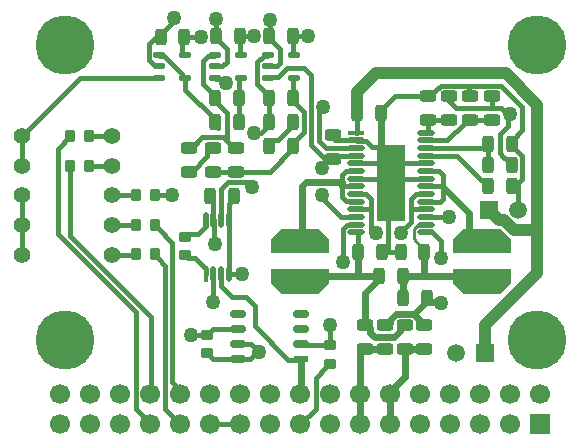
<source format=gtl>
G04*
G04 #@! TF.GenerationSoftware,Altium Limited,Altium Designer,21.2.2 (38)*
G04*
G04 Layer_Physical_Order=1*
G04 Layer_Color=2441676*
%FSLAX44Y44*%
%MOMM*%
G71*
G04*
G04 #@! TF.SameCoordinates,0481F6AC-406D-4A55-AE23-66ADD5F6D1FA*
G04*
G04*
G04 #@! TF.FilePolarity,Positive*
G04*
G01*
G75*
%ADD30R,1.4500X0.4500*%
G04:AMPARAMS|DCode=31|XSize=1.45mm|YSize=0.45mm|CornerRadius=0.1125mm|HoleSize=0mm|Usage=FLASHONLY|Rotation=0.000|XOffset=0mm|YOffset=0mm|HoleType=Round|Shape=RoundedRectangle|*
%AMROUNDEDRECTD31*
21,1,1.4500,0.2250,0,0,0.0*
21,1,1.2250,0.4500,0,0,0.0*
1,1,0.2250,0.6125,-0.1125*
1,1,0.2250,-0.6125,-0.1125*
1,1,0.2250,-0.6125,0.1125*
1,1,0.2250,0.6125,0.1125*
%
%ADD31ROUNDEDRECTD31*%
%ADD32R,2.3500X6.4600*%
G04:AMPARAMS|DCode=33|XSize=0.95mm|YSize=1.4mm|CornerRadius=0.2375mm|HoleSize=0mm|Usage=FLASHONLY|Rotation=270.000|XOffset=0mm|YOffset=0mm|HoleType=Round|Shape=RoundedRectangle|*
%AMROUNDEDRECTD33*
21,1,0.9500,0.9250,0,0,270.0*
21,1,0.4750,1.4000,0,0,270.0*
1,1,0.4750,-0.4625,-0.2375*
1,1,0.4750,-0.4625,0.2375*
1,1,0.4750,0.4625,0.2375*
1,1,0.4750,0.4625,-0.2375*
%
%ADD33ROUNDEDRECTD33*%
G04:AMPARAMS|DCode=34|XSize=0.95mm|YSize=1.4mm|CornerRadius=0.2375mm|HoleSize=0mm|Usage=FLASHONLY|Rotation=180.000|XOffset=0mm|YOffset=0mm|HoleType=Round|Shape=RoundedRectangle|*
%AMROUNDEDRECTD34*
21,1,0.9500,0.9250,0,0,180.0*
21,1,0.4750,1.4000,0,0,180.0*
1,1,0.4750,-0.2375,0.4625*
1,1,0.4750,0.2375,0.4625*
1,1,0.4750,0.2375,-0.4625*
1,1,0.4750,-0.2375,-0.4625*
%
%ADD34ROUNDEDRECTD34*%
%ADD35R,4.9000X1.2000*%
G04:AMPARAMS|DCode=36|XSize=0.55mm|YSize=1mm|CornerRadius=0.1375mm|HoleSize=0mm|Usage=FLASHONLY|Rotation=270.000|XOffset=0mm|YOffset=0mm|HoleType=Round|Shape=RoundedRectangle|*
%AMROUNDEDRECTD36*
21,1,0.5500,0.7250,0,0,270.0*
21,1,0.2750,1.0000,0,0,270.0*
1,1,0.2750,-0.3625,-0.1375*
1,1,0.2750,-0.3625,0.1375*
1,1,0.2750,0.3625,0.1375*
1,1,0.2750,0.3625,-0.1375*
%
%ADD36ROUNDEDRECTD36*%
G04:AMPARAMS|DCode=37|XSize=0.9mm|YSize=1mm|CornerRadius=0.225mm|HoleSize=0mm|Usage=FLASHONLY|Rotation=270.000|XOffset=0mm|YOffset=0mm|HoleType=Round|Shape=RoundedRectangle|*
%AMROUNDEDRECTD37*
21,1,0.9000,0.5500,0,0,270.0*
21,1,0.4500,1.0000,0,0,270.0*
1,1,0.4500,-0.2750,-0.2250*
1,1,0.4500,-0.2750,0.2250*
1,1,0.4500,0.2750,0.2250*
1,1,0.4500,0.2750,-0.2250*
%
%ADD37ROUNDEDRECTD37*%
%ADD38O,0.4500X1.3500*%
G04:AMPARAMS|DCode=39|XSize=1.3208mm|YSize=0.6096mm|CornerRadius=0.1524mm|HoleSize=0mm|Usage=FLASHONLY|Rotation=180.000|XOffset=0mm|YOffset=0mm|HoleType=Round|Shape=RoundedRectangle|*
%AMROUNDEDRECTD39*
21,1,1.3208,0.3048,0,0,180.0*
21,1,1.0160,0.6096,0,0,180.0*
1,1,0.3048,-0.5080,0.1524*
1,1,0.3048,0.5080,0.1524*
1,1,0.3048,0.5080,-0.1524*
1,1,0.3048,-0.5080,-0.1524*
%
%ADD39ROUNDEDRECTD39*%
%ADD40R,0.4500X1.3500*%
%ADD41R,1.2700X0.6096*%
G04:AMPARAMS|DCode=42|XSize=0.9mm|YSize=1mm|CornerRadius=0.225mm|HoleSize=0mm|Usage=FLASHONLY|Rotation=180.000|XOffset=0mm|YOffset=0mm|HoleType=Round|Shape=RoundedRectangle|*
%AMROUNDEDRECTD42*
21,1,0.9000,0.5500,0,0,180.0*
21,1,0.4500,1.0000,0,0,180.0*
1,1,0.4500,-0.2250,0.2750*
1,1,0.4500,0.2250,0.2750*
1,1,0.4500,0.2250,-0.2750*
1,1,0.4500,-0.2250,-0.2750*
%
%ADD42ROUNDEDRECTD42*%
%ADD43C,0.4000*%
%ADD44C,0.6000*%
%ADD45C,1.0000*%
%ADD46C,0.2540*%
%ADD47R,1.7000X1.7000*%
%ADD48C,1.7000*%
%ADD49C,1.5000*%
%ADD50R,1.5000X1.5000*%
%ADD51C,1.4000*%
%ADD52C,1.2700*%
%ADD53C,5.0000*%
G36*
X514779Y414721D02*
X523778Y423722D01*
Y435722D01*
X474779D01*
Y423722D01*
X483778Y414721D01*
X514779D01*
D02*
G37*
G36*
X483778Y469721D02*
X474779Y460722D01*
Y448722D01*
X523778D01*
Y460722D01*
X514779Y469721D01*
X483778D01*
D02*
G37*
G36*
X668779Y414721D02*
X677779Y423722D01*
Y435722D01*
X628778D01*
Y423722D01*
X637779Y414721D01*
X668779D01*
D02*
G37*
G36*
X637779Y469721D02*
X628778Y460722D01*
Y448722D01*
X677779D01*
Y460722D01*
X668779Y469721D01*
X637779D01*
D02*
G37*
D30*
X546778Y550971D02*
D03*
D31*
Y544472D02*
D03*
Y537971D02*
D03*
Y531471D02*
D03*
Y524972D02*
D03*
Y518471D02*
D03*
Y511972D02*
D03*
Y505471D02*
D03*
Y498971D02*
D03*
Y492472D02*
D03*
Y485971D02*
D03*
Y479472D02*
D03*
Y472971D02*
D03*
Y466471D02*
D03*
X605779D02*
D03*
Y472971D02*
D03*
Y479472D02*
D03*
Y485971D02*
D03*
Y492472D02*
D03*
Y498971D02*
D03*
Y505471D02*
D03*
Y511972D02*
D03*
Y518471D02*
D03*
Y524972D02*
D03*
Y531471D02*
D03*
Y537971D02*
D03*
Y544472D02*
D03*
Y550971D02*
D03*
D32*
X576278Y508722D02*
D03*
D33*
X587612Y387721D02*
D03*
Y367721D02*
D03*
X604278Y387721D02*
D03*
Y367721D02*
D03*
X554278Y387721D02*
D03*
Y367721D02*
D03*
X570945Y387721D02*
D03*
Y367721D02*
D03*
X607279Y562022D02*
D03*
Y582022D02*
D03*
X643279Y562022D02*
D03*
Y582022D02*
D03*
X625279D02*
D03*
Y562022D02*
D03*
X661279Y582022D02*
D03*
Y562022D02*
D03*
X527279Y528721D02*
D03*
Y548722D02*
D03*
X445000Y518000D02*
D03*
Y538000D02*
D03*
X425000Y518000D02*
D03*
Y538000D02*
D03*
X405000Y518000D02*
D03*
Y538000D02*
D03*
D34*
X658279Y541721D02*
D03*
X678279D02*
D03*
Y523722D02*
D03*
X658279D02*
D03*
X586278Y410722D02*
D03*
X606278D02*
D03*
X678279Y505721D02*
D03*
X658279D02*
D03*
X547279Y567721D02*
D03*
X567279D02*
D03*
X548279Y449721D02*
D03*
X568279D02*
D03*
X586279Y429721D02*
D03*
X566278D02*
D03*
X604278Y449721D02*
D03*
X584278D02*
D03*
X473000Y560000D02*
D03*
X493000D02*
D03*
X427000Y580000D02*
D03*
X447000D02*
D03*
Y560000D02*
D03*
X427000D02*
D03*
X473000Y633000D02*
D03*
X493000D02*
D03*
X473000Y580000D02*
D03*
X493000D02*
D03*
X428000Y633000D02*
D03*
X448000D02*
D03*
X473000Y540000D02*
D03*
X493000D02*
D03*
X381000Y632000D02*
D03*
X401000D02*
D03*
X423000Y497000D02*
D03*
X443000D02*
D03*
D35*
X499278Y454721D02*
D03*
Y429721D02*
D03*
X653279Y454721D02*
D03*
Y429721D02*
D03*
D36*
X380000Y616500D02*
D03*
Y607000D02*
D03*
Y597500D02*
D03*
X402000D02*
D03*
Y616500D02*
D03*
X449000D02*
D03*
Y597500D02*
D03*
X427000D02*
D03*
Y607000D02*
D03*
Y616500D02*
D03*
X494000D02*
D03*
Y597500D02*
D03*
X472000D02*
D03*
Y607000D02*
D03*
Y616500D02*
D03*
D37*
X420000Y380000D02*
D03*
X524000Y355000D02*
D03*
Y371000D02*
D03*
X402000Y463000D02*
D03*
Y447000D02*
D03*
X420000Y364000D02*
D03*
D38*
X438750Y431250D02*
D03*
Y476750D02*
D03*
X425750Y431250D02*
D03*
X432250D02*
D03*
X419250Y476750D02*
D03*
X425750D02*
D03*
X432250D02*
D03*
D39*
X446330Y384350D02*
D03*
Y397050D02*
D03*
X499670D02*
D03*
X446330Y358950D02*
D03*
X499670Y384350D02*
D03*
X446330Y371650D02*
D03*
X499670D02*
D03*
D40*
X419250Y431250D02*
D03*
D41*
X499670Y358950D02*
D03*
D42*
X360000Y498000D02*
D03*
X376000D02*
D03*
X320500Y548250D02*
D03*
X304500D02*
D03*
X360000Y473000D02*
D03*
X376000D02*
D03*
X320500Y523000D02*
D03*
X304500D02*
D03*
X360000Y448000D02*
D03*
X376000D02*
D03*
D43*
X499400Y304000D02*
X512300Y316900D01*
Y343300D02*
X521154Y352154D01*
X512300Y316900D02*
Y343300D01*
X521154Y352519D02*
X523635Y355000D01*
X521154Y352154D02*
Y352519D01*
X523635Y355000D02*
X524000D01*
X423200Y304000D02*
X448600D01*
X425750Y476750D02*
X425846Y476654D01*
Y457654D02*
X427000Y456500D01*
X425846Y457654D02*
Y476654D01*
X359900Y317100D02*
X372400Y304600D01*
Y304000D02*
Y304600D01*
Y329400D02*
X372500Y329500D01*
X359900Y317100D02*
Y399365D01*
X294000Y465265D02*
X359900Y399365D01*
X294000Y465265D02*
Y537250D01*
X304500Y547750D02*
Y548250D01*
X294000Y537250D02*
X304500Y547750D01*
Y463250D02*
X372500Y395250D01*
Y329500D02*
Y395250D01*
X304500Y463250D02*
Y523000D01*
X376000Y447365D02*
X378500Y444865D01*
Y444750D02*
Y444865D01*
Y444750D02*
X384900Y438350D01*
X376000Y447365D02*
Y448000D01*
X384900Y317100D02*
Y438350D01*
X376000Y472635D02*
X378635Y470000D01*
X376000Y472635D02*
Y473000D01*
X390900Y339818D02*
Y457850D01*
X378635Y470000D02*
X378750D01*
X390900Y457850D01*
X389061Y312739D02*
X397800Y304000D01*
X389061Y312739D02*
Y312939D01*
X397800Y304000D02*
Y304000D01*
X390900Y339818D02*
X397800Y332918D01*
Y329400D02*
Y332918D01*
X384900Y317100D02*
X389061Y312939D01*
X320550Y522951D02*
X340044D01*
X340093Y522901D01*
X320500Y523000D02*
X320550Y522951D01*
X340068Y548275D02*
X340093Y548301D01*
X320500Y548250D02*
X320526Y548275D01*
X340068D01*
X406750Y380000D02*
X420000D01*
X438750Y431250D02*
X449500D01*
X449500Y431250D01*
X473250Y646250D02*
X473500Y646500D01*
X473000Y633000D02*
X473250Y633250D01*
Y646250D01*
X428125Y647375D02*
X428250Y647500D01*
X428000Y633000D02*
X428125Y633125D01*
Y647375D01*
X377000Y632000D02*
X381000D01*
X391750Y645000D02*
Y647750D01*
X392250Y648250D01*
X381000Y632000D02*
Y634250D01*
X391750Y645000D01*
X669478Y590772D02*
X687274Y572976D01*
Y552967D02*
Y572976D01*
X642279Y590772D02*
X669478D01*
X517350Y496021D02*
Y497900D01*
Y496021D02*
X533900Y479472D01*
X534278Y509250D02*
Y514721D01*
Y505471D02*
Y509250D01*
X533900Y479472D02*
X546778D01*
X534278Y496721D02*
Y505471D01*
X517350Y523531D02*
X522279Y528460D01*
Y528721D01*
X517350Y521177D02*
Y523531D01*
X520028Y528721D02*
X522279D01*
X546529Y472721D02*
X546778Y472971D01*
X535000Y441072D02*
Y469191D01*
X538531Y472721D01*
X546529D01*
X567279Y569972D02*
X579329Y582022D01*
X607279D01*
X567279Y567721D02*
Y569972D01*
X618013Y590772D02*
X642279D01*
Y583022D02*
X643279Y582022D01*
X642279Y583022D02*
Y590772D01*
X614279Y587038D02*
X618013Y590772D01*
X614279Y586975D02*
Y587038D01*
X609326Y582022D02*
X614279Y586975D01*
X607279Y582022D02*
X609326D01*
X678279Y543971D02*
X687274Y552967D01*
X678279Y541721D02*
Y543971D01*
X683622Y485708D02*
Y508133D01*
X681063Y536953D02*
X687029Y530987D01*
X681000Y536953D02*
X681063D01*
X678279Y539674D02*
Y541721D01*
X683622Y508133D02*
X687029Y511539D01*
Y530987D01*
X678279Y539674D02*
X681000Y536953D01*
X675260Y564880D02*
X676924Y566544D01*
X675260Y556703D02*
Y564880D01*
X668279Y549721D02*
X675260Y556703D01*
X674570Y566544D02*
X676924D01*
X669393Y571721D02*
X674570Y566544D01*
X660278Y571721D02*
X669393D01*
X655557Y510490D02*
X658279Y507769D01*
Y505721D02*
Y507769D01*
X605779Y531471D02*
X631528D01*
X652510Y510490D01*
X655557D01*
X658279Y523722D02*
Y540693D01*
X655557Y537971D02*
X658279Y540693D01*
Y541721D01*
X605779Y537971D02*
X655557D01*
X623743Y544472D02*
X638510Y559238D01*
X641232Y562022D02*
X643279D01*
X605779Y544472D02*
X623743D01*
X638510Y559238D02*
Y559301D01*
X641232Y562022D01*
X643279D02*
X661279D01*
X605779Y550971D02*
X607029D01*
X607279Y551222D01*
Y562022D01*
X625279D01*
X631278Y571721D02*
X660278D01*
X661279Y572721D01*
Y582022D01*
X675557Y528490D02*
X678279Y525769D01*
X671279Y530721D02*
X673510Y528490D01*
X675557D01*
X671279Y530721D02*
X671279D01*
X668279Y533722D02*
Y549721D01*
Y533722D02*
X671279Y530721D01*
X678279Y523722D02*
Y525769D01*
X625279Y577721D02*
X631278Y571721D01*
X625279Y577721D02*
Y582022D01*
X625279Y582022D01*
X524731Y548722D02*
X528982Y544472D01*
X546778D01*
X522279Y548722D02*
X524731D01*
Y528721D02*
X527481Y531471D01*
X522279Y528721D02*
X524731D01*
X527481Y531471D02*
X546778D01*
X573279Y449721D02*
Y505722D01*
X566529Y539021D02*
X567279Y538271D01*
X547279Y551222D02*
Y567721D01*
X546778Y550971D02*
X547029D01*
X547279Y551222D01*
X605779Y479472D02*
X625028D01*
X625279Y479721D01*
X618279Y444721D02*
Y458971D01*
X605779Y466471D02*
X610779D01*
X618279Y458971D01*
X586278Y410722D02*
X586279Y410722D01*
X620279Y494815D02*
Y504768D01*
Y514721D01*
X605779Y505471D02*
X619575D01*
X620279Y504768D01*
X605779Y492472D02*
X617935D01*
X620279Y494815D01*
X605779Y518471D02*
X606029Y518222D01*
X616778D01*
X620279Y514721D01*
X593279Y475722D02*
Y485095D01*
Y494469D01*
Y485095D02*
X594155Y485971D01*
X605779D01*
X584278Y465722D02*
X585279Y466721D01*
Y467721D01*
X593279Y475722D01*
X597531Y498722D02*
X605528D01*
X593279Y494469D02*
X597531Y498722D01*
X605528D02*
X605779Y498971D01*
X568279Y449721D02*
X573279D01*
X584278D01*
X559278Y469721D02*
Y485722D01*
Y494469D01*
X546778Y485971D02*
X559029D01*
X559278Y485722D01*
Y469721D02*
X562929Y466072D01*
Y465722D02*
Y466072D01*
X555026Y498722D02*
X559278Y494469D01*
X546778Y498971D02*
X547029Y498722D01*
X555026D01*
X534529Y505471D02*
X546778D01*
X538279Y492721D02*
X546529D01*
X546778Y492472D01*
X534278Y496721D02*
X538279Y492721D01*
X534278Y514721D02*
X537779Y518222D01*
X546529D02*
X546778Y518471D01*
X537779Y518222D02*
X546529D01*
X548279Y449721D02*
Y466222D01*
X548028Y466471D02*
X548279Y466222D01*
X546778Y466471D02*
X548028D01*
X560226Y539021D02*
X566529D01*
X555026Y544221D02*
X560226Y539021D01*
X547029Y544221D02*
X555026D01*
X546778Y544472D02*
X547029Y544221D01*
X566529Y524972D02*
X576278Y515221D01*
X546778Y524972D02*
X566529D01*
X546778Y511972D02*
X573028D01*
X576278Y508722D01*
Y515221D02*
X586029Y524972D01*
X605779D01*
X576278Y508722D02*
X579529Y511972D01*
X605779D01*
X263753Y447647D02*
Y498353D01*
X518000Y572650D02*
X518350Y573000D01*
X515000Y568000D02*
X518000Y571000D01*
Y572650D01*
X515000Y544000D02*
Y568000D01*
Y544000D02*
X521029Y537971D01*
X546778D01*
X508000Y540750D02*
Y600000D01*
X502000Y606000D02*
X508000Y600000D01*
Y540750D02*
X520028Y528721D01*
X263706Y447600D02*
X263753Y447647D01*
Y498353D02*
X263800Y498400D01*
X454000Y509000D02*
X458000Y505000D01*
X438000Y509000D02*
X454000D01*
X432250Y503250D02*
X438000Y509000D01*
X432250Y476750D02*
Y503250D01*
X427750Y596750D02*
X433858D01*
X436201Y594407D01*
Y592897D02*
Y594407D01*
X427000Y597500D02*
X427750Y596750D01*
X503000Y633000D02*
X506000D01*
X503000Y633000D02*
X503000Y633000D01*
X493000Y633000D02*
X503000D01*
X448000Y633000D02*
X459900D01*
X399000Y617250D02*
Y632000D01*
X413000Y632000D02*
X414900D01*
X401000Y632000D02*
X413000D01*
X413000Y632000D01*
X466047Y551000D02*
X473000Y557953D01*
X460000Y551000D02*
X466047D01*
X473000Y557953D02*
Y560000D01*
X376000Y498000D02*
X391000D01*
X359800Y447800D02*
X360000Y448000D01*
X340107Y447800D02*
X359800D01*
X339907Y447600D02*
X340107Y447800D01*
X340000Y473000D02*
X360000D01*
X340200Y498200D02*
X359800D01*
X340000Y498400D02*
X340200Y498200D01*
X359800D02*
X360000Y498000D01*
X340093Y522901D02*
X340143Y522951D01*
X340093Y548301D02*
X340244Y548150D01*
X313092Y597500D02*
X380000D01*
X263894Y548301D02*
X313092Y597500D01*
X488000Y606000D02*
X502000D01*
X480250Y598250D02*
X488000Y606000D01*
X472750Y598250D02*
X480250D01*
X472000Y597500D02*
X472750Y598250D01*
X473250Y518000D02*
X493000Y537750D01*
Y540000D01*
X445000Y518000D02*
X473250D01*
X436875Y543875D02*
X442750Y538000D01*
X433750Y547000D02*
X436875Y543875D01*
X427000Y577750D02*
X436875Y567875D01*
X427000Y577750D02*
Y580000D01*
X436875Y543875D02*
Y567875D01*
X416250Y547000D02*
X433750D01*
X407250Y518000D02*
X420232Y530981D01*
X422953Y538000D02*
X425000D01*
X405000Y518000D02*
X407250D01*
X420232Y530981D02*
Y535279D01*
X422953Y538000D01*
X425000Y518000D02*
X445000D01*
X405000Y538000D02*
X407250D01*
X416250Y547000D01*
X442750Y538000D02*
X445000D01*
X493000Y577750D02*
X502000Y568750D01*
X493000Y577750D02*
Y580000D01*
X502000Y551250D02*
Y568750D01*
X493000Y540000D02*
Y542250D01*
X502000Y551250D01*
X480019Y544768D02*
X493000Y557750D01*
X473000Y542047D02*
X475722Y544768D01*
X493000Y557750D02*
Y560000D01*
X475722Y544768D02*
X480019D01*
X473000Y540000D02*
Y542047D01*
Y580000D02*
Y582250D01*
Y560000D02*
Y580000D01*
X471250Y615750D02*
X472000Y616500D01*
X468149Y615750D02*
X471250D01*
X463000Y610601D02*
X468149Y615750D01*
X463000Y592250D02*
Y610601D01*
Y592250D02*
X473000Y582250D01*
X493000Y580000D02*
Y596750D01*
X493750Y597500D01*
X494000D01*
X473000Y630750D02*
X482000Y621750D01*
X473000Y630750D02*
Y633000D01*
X482000Y610093D02*
Y621750D01*
X472750Y607750D02*
X479657D01*
X482000Y610093D01*
X472000Y607000D02*
X472750Y607750D01*
X493000Y617250D02*
X493750Y616500D01*
X493000Y617250D02*
Y633000D01*
X493750Y616500D02*
X494000D01*
X402000Y587250D02*
X427000Y562250D01*
Y560000D02*
Y562250D01*
X402000Y587250D02*
Y597500D01*
X447000Y560000D02*
Y580000D01*
X392426Y607074D02*
X399000Y600500D01*
X448500Y617000D02*
Y632500D01*
Y617000D02*
X449000Y616500D01*
X448000Y633000D02*
X448500Y632500D01*
X417000Y592250D02*
X427000Y582250D01*
Y580000D02*
Y582250D01*
X417000Y592250D02*
Y612000D01*
X420750Y615750D01*
X426250D02*
X427000Y616500D01*
X420750Y615750D02*
X426250D01*
X447750Y597500D02*
X449000D01*
X447000Y580000D02*
Y596750D01*
X447750Y597500D01*
X427000Y607000D02*
X433000D01*
X437000Y611000D01*
Y621750D01*
X428000Y630750D02*
Y633000D01*
Y630750D02*
X437000Y621750D01*
X427000Y557953D02*
X429721Y555232D01*
X427000Y557953D02*
Y560000D01*
X263894Y522901D02*
Y548301D01*
X379799Y597701D02*
X380000Y597500D01*
X263894Y522901D02*
X264094Y522701D01*
X379250Y607750D02*
X380000Y607000D01*
X371000Y626000D02*
X377000Y632000D01*
X371000Y612899D02*
X376149Y607750D01*
X371000Y612899D02*
Y626000D01*
X376149Y607750D02*
X379250D01*
X380000Y616500D02*
X380750Y615750D01*
X383851D01*
X399000Y598250D02*
Y600500D01*
X383851Y615750D02*
X392426Y607176D01*
X399750Y597500D02*
X402000D01*
X399750Y616500D02*
X402000D01*
X399000Y617250D02*
X399750Y616500D01*
X399000Y598250D02*
X399750Y597500D01*
X392426Y607074D02*
Y607176D01*
X438750Y490297D02*
X443000Y494547D01*
Y497000D01*
X438750Y476750D02*
Y490297D01*
X423000Y494547D02*
X425750Y491797D01*
Y476750D02*
Y491797D01*
X423000Y494547D02*
Y497000D01*
X524000Y371000D02*
Y388000D01*
X425750Y408750D02*
Y431250D01*
X425000Y408000D02*
X425750Y408750D01*
X410346Y444654D02*
X419250Y435750D01*
Y431250D02*
Y435750D01*
X404346Y444654D02*
X410346D01*
X402000Y447000D02*
X404346Y444654D01*
X412346Y465346D02*
X419250Y472250D01*
X404346Y465346D02*
X412346D01*
X419250Y472250D02*
Y476750D01*
X402000Y463000D02*
X404346Y465346D01*
X438750Y431250D02*
Y476750D01*
X461000Y387000D02*
X489098Y358902D01*
X453000Y412000D02*
X461000Y404000D01*
Y387000D02*
Y404000D01*
X489098Y358902D02*
X499535D01*
X441000Y412000D02*
X453000D01*
X432250Y420750D02*
Y431250D01*
Y420750D02*
X441000Y412000D01*
X420635Y380000D02*
X424985Y384350D01*
X420000Y380000D02*
X420635D01*
X424985Y384350D02*
X446330D01*
X420635Y364000D02*
X425685Y358950D01*
X446330D01*
X420000Y364000D02*
X420635D01*
X457350Y371650D02*
X464000Y365000D01*
X446330Y371650D02*
X457350D01*
X463000Y365000D02*
X464000D01*
X456950Y358950D02*
X463000Y365000D01*
X446330Y358950D02*
X456950D01*
X499995Y371325D02*
X523675D01*
X524000Y371000D01*
X499670Y371650D02*
X499995Y371325D01*
D44*
X550200Y304000D02*
Y329400D01*
X575600Y304000D02*
Y329400D01*
X500750Y505735D02*
X504265Y509250D01*
X500750Y464250D02*
Y505735D01*
X504265Y509250D02*
X534278D01*
Y505471D02*
X534529D01*
X499500Y463000D02*
X500750Y464250D01*
X642279Y457721D02*
Y482768D01*
X620279Y504768D02*
X642279Y482768D01*
X576278Y508722D02*
Y515221D01*
Y529272D01*
X567279Y538271D02*
Y567721D01*
Y538271D02*
X576278Y529272D01*
X642279Y457721D02*
X645279Y454721D01*
X653279D01*
X606278Y408471D02*
X607106Y407644D01*
X617356D02*
X618638Y406362D01*
X607106Y407644D02*
X617356D01*
X606278Y408471D02*
Y410722D01*
X586279Y429721D02*
X603279D01*
X643279D01*
X604278Y430722D02*
Y449721D01*
X603279Y429721D02*
X604278Y430722D01*
X509278Y429721D02*
X548279D01*
X566278D01*
X548279D02*
Y449721D01*
X554278Y387721D02*
Y415471D01*
X566278Y427472D01*
Y429721D01*
X595529Y397721D02*
X606278Y408471D01*
X595042Y397721D02*
X595529D01*
X586279Y410722D02*
Y429721D01*
X554278Y387721D02*
X556529D01*
X558279Y381721D02*
Y385971D01*
X585362Y387721D02*
X587612D01*
X583612Y382958D02*
Y385971D01*
X578375Y377721D02*
X583612Y382958D01*
Y385971D02*
X585362Y387721D01*
X562279Y377721D02*
X578375D01*
X556529Y387721D02*
X558279Y385971D01*
Y381721D02*
X562279Y377721D01*
X573195Y387721D02*
X574945Y389472D01*
Y392485D01*
X570945Y387721D02*
X573195D01*
X574945Y392485D02*
X580182Y397721D01*
X595042D01*
X600279Y389472D02*
X602029Y387721D01*
X600279Y389472D02*
Y392485D01*
X602029Y387721D02*
X604278D01*
X595042Y397721D02*
X600279Y392485D01*
X499400Y329400D02*
X499535Y329535D01*
Y358902D01*
X550200Y329400D02*
Y365893D01*
X552029Y367721D01*
X554278D01*
X570945D01*
X575600Y329400D02*
Y332468D01*
X587612Y344480D02*
Y367721D01*
X575600Y332468D02*
X587612Y344480D01*
Y367721D02*
X604278D01*
D45*
X699500Y468250D02*
Y574750D01*
Y432000D02*
Y468250D01*
X667609Y476721D02*
X672103D01*
X680574Y468250D01*
X699500D01*
X658622Y485708D02*
X667609Y476721D01*
X563750Y601250D02*
X673000D01*
X699500Y574750D01*
X547528Y567971D02*
Y585028D01*
X547279Y567721D02*
X547528Y567971D01*
Y585028D02*
X563750Y601250D01*
X655657Y388157D02*
X699500Y432000D01*
X655657Y364013D02*
Y388157D01*
D46*
X604278Y449721D02*
Y451972D01*
X595258Y460992D02*
X604278Y451972D01*
X595258Y460992D02*
Y469417D01*
X597833Y471992D02*
X604799D01*
X605779Y472971D01*
X595258Y469417D02*
X597833Y471992D01*
D47*
X702600Y304000D02*
D03*
D48*
Y329400D02*
D03*
X677200Y304000D02*
D03*
Y329400D02*
D03*
X651800Y304000D02*
D03*
Y329400D02*
D03*
X626400D02*
D03*
Y304000D02*
D03*
X601000Y329400D02*
D03*
Y304000D02*
D03*
X499400D02*
D03*
Y329400D02*
D03*
X524800Y304000D02*
D03*
Y329400D02*
D03*
X550200D02*
D03*
Y304000D02*
D03*
X575600Y329400D02*
D03*
Y304000D02*
D03*
X397800D02*
D03*
Y329400D02*
D03*
X423200Y304000D02*
D03*
Y329400D02*
D03*
X448600D02*
D03*
Y304000D02*
D03*
X474000Y329400D02*
D03*
Y304000D02*
D03*
X321600D02*
D03*
Y329400D02*
D03*
X347000D02*
D03*
Y304000D02*
D03*
X372400Y329400D02*
D03*
Y304000D02*
D03*
X296200Y329400D02*
D03*
Y304000D02*
D03*
D49*
X683622Y485708D02*
D03*
X630657Y364013D02*
D03*
D50*
X658622Y485708D02*
D03*
X655657Y364013D02*
D03*
D51*
X340093Y548301D02*
D03*
Y522901D02*
D03*
X263894D02*
D03*
Y548301D02*
D03*
X340000Y498400D02*
D03*
X263800D02*
D03*
X340000Y473000D02*
D03*
X263800D02*
D03*
X339907Y447600D02*
D03*
X263706D02*
D03*
D52*
X427000Y456500D02*
D03*
X406750Y380000D02*
D03*
X449500Y431250D02*
D03*
X473500Y646500D02*
D03*
X428250Y647500D02*
D03*
X392250Y648250D02*
D03*
X517350Y497900D02*
D03*
Y521177D02*
D03*
X535000Y441072D02*
D03*
X676924Y566544D02*
D03*
X576279Y508372D02*
D03*
X625279Y479721D02*
D03*
X618638Y406362D02*
D03*
X618279Y444721D02*
D03*
X584278Y465722D02*
D03*
X562929D02*
D03*
X518350Y573000D02*
D03*
X458000Y505000D02*
D03*
X436201Y592897D02*
D03*
X506000Y633000D02*
D03*
X459900D02*
D03*
X414900Y632000D02*
D03*
X460000Y551000D02*
D03*
X391000Y498000D02*
D03*
X524000Y388000D02*
D03*
X425000Y408000D02*
D03*
X464000Y365000D02*
D03*
D53*
X700000Y625000D02*
D03*
X300000D02*
D03*
Y375000D02*
D03*
X700000Y375000D02*
D03*
M02*

</source>
